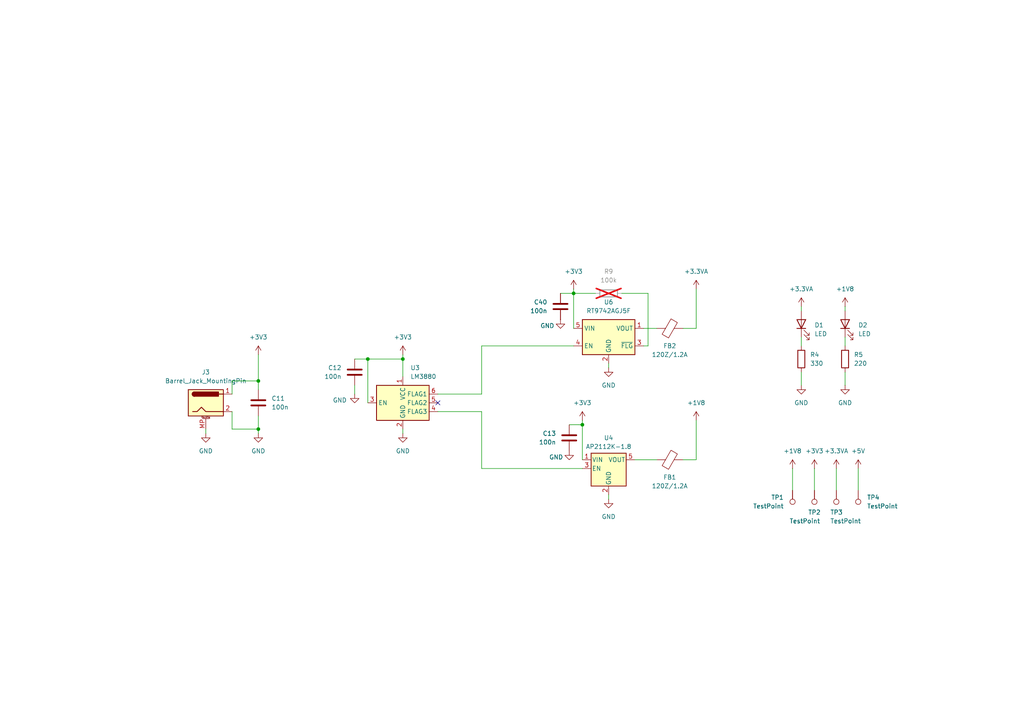
<source format=kicad_sch>
(kicad_sch (version 20231120) (generator "eeschema") (generator_version "8.0")
  (paper "A4")
  (lib_symbols
    (symbol "test_project:Barrel_Jack_MountingPin" (pin_names hide)
      (property "Reference" "J" (at 0 5.334 0))
      (property "Value" "Barrel_Jack_MountingPin" (at 1.27 -6.35 0))
      (symbol "Barrel_Jack_MountingPin_0_1"
        (rectangle (start -5.08 3.81) (end 5.08 -3.81) (stroke (width 0.254)) (fill (type background)))
        (arc (start -3.302 3.175) (mid -3.9343 2.54) (end -3.302 1.905) (stroke (width 0.254)))
        (arc (start -3.302 3.175) (mid -3.9343 2.54) (end -3.302 1.905) (stroke (width 0.254)) (fill (type outline)))
        (polyline (pts (xy 5.08 2.54) (xy 3.81 2.54)) (stroke (width 0.254)))
        (polyline (pts (xy -3.81 -2.54) (xy -2.54 -2.54) (xy -1.27 -1.27) (xy 0 -2.54) (xy 2.54 -2.54) (xy 5.08 -2.54)) (stroke (width 0.254)))
        (rectangle (start 3.683 3.175) (end -3.302 1.905) (stroke (width 0.254)) (fill (type outline)))
      )
      (symbol "Barrel_Jack_MountingPin_1_1"
        (polyline (pts (xy -1.016 -4.572) (xy 1.016 -4.572)) (stroke (width 0.1524)))
        (text "Mounting" (at 0 -4.191 0) (effects (font (size 0.381 0.381))))
        (pin passive line (at 7.62 2.54 180) (length 2.54) (name "~") (number "1"))
        (pin passive line (at 7.62 -2.54 180) (length 2.54) (name "~") (number "2"))
        (pin passive line (at 0 -7.62 90) (length 3.048) (name "MountPin") (number "MP"))
      )
    )
    (symbol "test_project:TestPoint" (pin_numbers hide) (pin_names (offset 0.762) hide)
      (property "Reference" "TP" (at 0 6.858 0))
      (property "Value" "TestPoint" (at 0 5.08 0))
      (symbol "TestPoint_0_1"
        (circle (center 0 3.302) (radius 0.762))
      )
      (symbol "TestPoint_1_1"
        (pin passive line (at 0 0 90) (length 2.54) (name "1") (number "1"))
      )
    )
    (symbol "test_project:C" (pin_numbers hide) (pin_names (offset 0.254))
      (property "Reference" "C" (at 0.635 2.54 0))
      (property "Value" "C" (at 0.635 -2.54 0))
      (symbol "C_0_1"
        (polyline (pts (xy -2.032 -0.762) (xy 2.032 -0.762)) (stroke (width 0.508)))
        (polyline (pts (xy -2.032 0.762) (xy 2.032 0.762)) (stroke (width 0.508)))
      )
      (symbol "C_1_1"
        (pin passive line (at 0 3.81 270) (length 2.794) (name "~") (number "1"))
        (pin passive line (at 0 -3.81 90) (length 2.794) (name "~") (number "2"))
      )
    )
    (symbol "test_project:FerriteBead" (pin_numbers hide) (pin_names (offset 0))
      (property "Reference" "FB" (at -3.81 0.635 90))
      (property "Value" "FerriteBead" (at 3.81 0 90))
      (symbol "FerriteBead_0_1"
        (polyline (pts (xy 0 -1.27) (xy 0 -1.2192)))
        (polyline (pts (xy 0 1.27) (xy 0 1.2954)))
        (polyline (pts (xy -2.7686 0.4064) (xy -1.7018 2.2606) (xy 2.7686 -0.3048) (xy 1.6764 -2.159) (xy -2.7686 0.4064)))
      )
      (symbol "FerriteBead_1_1"
        (pin passive line (at 0 3.81 270) (length 2.54) (name "~") (number "1"))
        (pin passive line (at 0 -3.81 90) (length 2.54) (name "~") (number "2"))
      )
    )
    (symbol "test_project:LED" (pin_numbers hide) (pin_names (offset 1.016) hide)
      (property "Reference" "D" (at 0 2.54 0))
      (property "Value" "LED" (at 0 -2.54 0))
      (symbol "LED_0_1"
        (polyline (pts (xy -1.27 -1.27) (xy -1.27 1.27)) (stroke (width 0.254)))
        (polyline (pts (xy -1.27 0) (xy 1.27 0)))
        (polyline (pts (xy 1.27 -1.27) (xy 1.27 1.27) (xy -1.27 0) (xy 1.27 -1.27)) (stroke (width 0.254)))
        (polyline (pts (xy -3.048 -0.762) (xy -4.572 -2.286) (xy -3.81 -2.286) (xy -4.572 -2.286) (xy -4.572 -1.524)))
        (polyline (pts (xy -1.778 -0.762) (xy -3.302 -2.286) (xy -2.54 -2.286) (xy -3.302 -2.286) (xy -3.302 -1.524)))
      )
      (symbol "LED_1_1"
        (pin passive line (at -3.81 0 0) (length 2.54) (name "K") (number "1"))
        (pin passive line (at 3.81 0 180) (length 2.54) (name "A") (number "2"))
      )
    )
    (symbol "test_project:R" (pin_numbers hide) (pin_names (offset 0))
      (property "Reference" "R" (at 2.032 0 90))
      (property "Value" "R" (at 0 0 90))
      (symbol "R_0_1"
        (rectangle (start -1.016 -2.54) (end 1.016 2.54) (stroke (width 0.254)))
      )
      (symbol "R_1_1"
        (pin passive line (at 0 3.81 270) (length 1.27) (name "~") (number "1"))
        (pin passive line (at 0 -3.81 90) (length 1.27) (name "~") (number "2"))
      )
    )
    (symbol "test_project:RT9742AGJ5F"
      (property "Reference" "U" (at 0 10.16 0))
      (property "Value" "RT9742AGJ5F" (at 0 7.62 0))
      (symbol "RT9742AGJ5F_0_1"
        (rectangle (start -7.62 5.08) (end 7.62 -5.08) (stroke (width 0.254)) (fill (type background)))
      )
      (symbol "RT9742AGJ5F_1_1"
        (pin power_out line (at 10.16 2.54 180) (length 2.54) (name "VOUT") (number "1"))
        (pin power_in line (at 0 -7.62 90) (length 2.54) (name "GND") (number "2"))
        (pin open_collector line (at 10.16 -2.54 180) (length 2.54) (name "~{FLG}") (number "3"))
        (pin input line (at -10.16 -2.54 0) (length 2.54) (name "EN") (number "4"))
        (pin power_in line (at -10.16 2.54 0) (length 2.54) (name "VIN") (number "5"))
      )
    )
    (symbol "test_project:LM3880"
      (property "Reference" "U" (at 1.27 8.89 0))
      (property "Value" "LM3880" (at 3.81 6.35 0))
      (symbol "LM3880_0_1"
        (rectangle (start -7.62 5.08) (end 7.62 -5.08) (stroke (width 0.254)) (fill (type background)))
      )
      (symbol "LM3880_1_1"
        (pin power_in line (at 0 7.62 270) (length 2.54) (name "VCC") (number "1"))
        (pin power_in line (at 0 -7.62 90) (length 2.54) (name "GND") (number "2"))
        (pin input line (at -10.16 0 0) (length 2.54) (name "EN") (number "3"))
        (pin open_collector line (at 10.16 -2.54 180) (length 2.54) (name "FLAG3") (number "4"))
        (pin open_collector line (at 10.16 0 180) (length 2.54) (name "FLAG2") (number "5"))
        (pin open_collector line (at 10.16 2.54 180) (length 2.54) (name "FLAG1") (number "6"))
      )
    )
    (symbol "test_project:AP2112K-1.8" (pin_names (offset 0.254))
      (property "Reference" "U" (at -5.08 5.715 0))
      (property "Value" "AP2112K-1.8" (at 0 5.715 0))
      (symbol "AP2112K-1.8_0_1"
        (rectangle (start -5.08 4.445) (end 5.08 -5.08) (stroke (width 0.254)) (fill (type background)))
      )
      (symbol "AP2112K-1.8_1_1"
        (pin power_in line (at -7.62 2.54 0) (length 2.54) (name "VIN") (number "1"))
        (pin power_in line (at 0 -7.62 90) (length 2.54) (name "GND") (number "2"))
        (pin input line (at -7.62 0 0) (length 2.54) (name "EN") (number "3"))
        (pin no_connect line (at 5.08 0 180) (length 2.54) hide (name "NC") (number "4"))
        (pin power_out line (at 7.62 2.54 180) (length 2.54) (name "VOUT") (number "5"))
      )
    )
    (symbol "test_project:+1V8" (power) (pin_numbers hide) (pin_names (offset 0) hide)
      (property "Value" "+1V8" (at 0 3.556 0))
      (symbol "+1V8_0_1"
        (polyline (pts (xy -0.762 1.27) (xy 0 2.54)))
        (polyline (pts (xy 0 0) (xy 0 2.54)))
        (polyline (pts (xy 0 2.54) (xy 0.762 1.27)))
      )
      (symbol "+1V8_1_1"
        (pin power_in line (at 0 0 90) (length 0) (name "~") (number "1"))
      )
    )
    (symbol "test_project:+3.3VA" (power) (pin_numbers hide) (pin_names (offset 0) hide)
      (property "Value" "+3.3VA" (at 0 3.556 0))
      (symbol "+3.3VA_0_1"
        (polyline (pts (xy -0.762 1.27) (xy 0 2.54)))
        (polyline (pts (xy 0 0) (xy 0 2.54)))
        (polyline (pts (xy 0 2.54) (xy 0.762 1.27)))
      )
      (symbol "+3.3VA_1_1"
        (pin power_in line (at 0 0 90) (length 0) (name "~") (number "1"))
      )
    )
    (symbol "test_project:+3V3" (power) (pin_numbers hide) (pin_names (offset 0) hide)
      (property "Value" "+3V3" (at 0 3.556 0))
      (symbol "+3V3_0_1"
        (polyline (pts (xy -0.762 1.27) (xy 0 2.54)))
        (polyline (pts (xy 0 0) (xy 0 2.54)))
        (polyline (pts (xy 0 2.54) (xy 0.762 1.27)))
      )
      (symbol "+3V3_1_1"
        (pin power_in line (at 0 0 90) (length 0) (name "~") (number "1"))
      )
    )
    (symbol "test_project:+5V" (power) (pin_numbers hide) (pin_names (offset 0) hide)
      (property "Value" "+5V" (at 0 3.556 0))
      (symbol "+5V_0_1"
        (polyline (pts (xy -0.762 1.27) (xy 0 2.54)))
        (polyline (pts (xy 0 0) (xy 0 2.54)))
        (polyline (pts (xy 0 2.54) (xy 0.762 1.27)))
      )
      (symbol "+5V_1_1"
        (pin power_in line (at 0 0 90) (length 0) (name "~") (number "1"))
      )
    )
    (symbol "test_project:GND" (power) (pin_numbers hide) (pin_names (offset 0) hide)
      (property "Value" "GND" (at 0 -3.81 0))
      (symbol "GND_0_1"
        (polyline (pts (xy 0 0) (xy 0 -1.27) (xy 1.27 -1.27) (xy 0 -2.54) (xy -1.27 -1.27) (xy 0 -1.27)))
      )
      (symbol "GND_1_1"
        (pin power_in line (at 0 0 270) (length 0) (name "~") (number "1"))
      )
    )
  )
  (junction (at 106.68 104.14))
  (junction (at 168.91 123.19))
  (junction (at 116.84 104.14))
  (junction (at 74.93 110.49))
  (junction (at 74.93 124.46))
  (junction (at 166.37 85.09))
  (no_connect (at 127 116.84))
  (wire (pts (xy 102.87 104.14) (xy 106.68 104.14)))
  (wire (pts (xy 74.93 120.65) (xy 74.93 124.46)))
  (wire (pts (xy 102.87 111.76) (xy 102.87 114.3)))
  (wire (pts (xy 67.31 110.49) (xy 74.93 110.49)))
  (wire (pts (xy 236.22 135.89) (xy 236.22 142.24)))
  (wire (pts (xy 245.11 88.9) (xy 245.11 90.17)))
  (wire (pts (xy 67.31 110.49) (xy 67.31 114.3)))
  (wire (pts (xy 166.37 85.09) (xy 166.37 95.25)))
  (wire (pts (xy 201.93 95.25) (xy 201.93 83.82)))
  (wire (pts (xy 166.37 85.09) (xy 166.37 83.82)))
  (wire (pts (xy 59.69 124.46) (xy 59.69 125.73)))
  (wire (pts (xy 232.41 97.79) (xy 232.41 100.33)))
  (wire (pts (xy 139.7 119.38) (xy 127 119.38)))
  (wire (pts (xy 245.11 97.79) (xy 245.11 100.33)))
  (wire (pts (xy 184.15 133.35) (xy 190.5 133.35)))
  (wire (pts (xy 74.93 124.46) (xy 74.93 125.73)))
  (wire (pts (xy 165.1 123.19) (xy 168.91 123.19)))
  (wire (pts (xy 245.11 107.95) (xy 245.11 111.76)))
  (wire (pts (xy 116.84 124.46) (xy 116.84 125.73)))
  (wire (pts (xy 229.87 135.89) (xy 229.87 142.24)))
  (wire (pts (xy 127 114.3) (xy 139.7 114.3)))
  (wire (pts (xy 116.84 104.14) (xy 116.84 109.22)))
  (wire (pts (xy 176.53 105.41) (xy 176.53 106.68)))
  (wire (pts (xy 176.53 143.51) (xy 176.53 144.78)))
  (wire (pts (xy 198.12 95.25) (xy 201.93 95.25)))
  (wire (pts (xy 116.84 102.87) (xy 116.84 104.14)))
  (wire (pts (xy 106.68 104.14) (xy 116.84 104.14)))
  (wire (pts (xy 187.96 85.09) (xy 180.34 85.09)))
  (wire (pts (xy 168.91 123.19) (xy 168.91 121.92)))
  (wire (pts (xy 168.91 123.19) (xy 168.91 133.35)))
  (wire (pts (xy 139.7 135.89) (xy 168.91 135.89)))
  (wire (pts (xy 232.41 107.95) (xy 232.41 111.76)))
  (wire (pts (xy 201.93 133.35) (xy 201.93 121.92)))
  (wire (pts (xy 139.7 114.3) (xy 139.7 100.33)))
  (wire (pts (xy 232.41 88.9) (xy 232.41 90.17)))
  (wire (pts (xy 74.93 110.49) (xy 74.93 113.03)))
  (wire (pts (xy 139.7 100.33) (xy 166.37 100.33)))
  (wire (pts (xy 106.68 104.14) (xy 106.68 116.84)))
  (wire (pts (xy 139.7 135.89) (xy 139.7 119.38)))
  (wire (pts (xy 186.69 95.25) (xy 190.5 95.25)))
  (wire (pts (xy 186.69 100.33) (xy 187.96 100.33)))
  (wire (pts (xy 67.31 119.38) (xy 67.31 124.46)))
  (wire (pts (xy 248.92 135.89) (xy 248.92 142.24)))
  (wire (pts (xy 67.31 124.46) (xy 74.93 124.46)))
  (wire (pts (xy 166.37 85.09) (xy 172.72 85.09)))
  (wire (pts (xy 242.57 135.89) (xy 242.57 142.24)))
  (wire (pts (xy 198.12 133.35) (xy 201.93 133.35)))
  (wire (pts (xy 74.93 102.87) (xy 74.93 110.49)))
  (wire (pts (xy 162.56 85.09) (xy 166.37 85.09)))
  (wire (pts (xy 187.96 100.33) (xy 187.96 85.09)))
  (symbol (lib_id "test_project:+1V8") (at 201.93 121.92 0) (unit 1)
    (property "Reference" "#PWR018" (effects (hide yes)))
    (property "Value" "+1V8" (at 201.93 116.84 0))
    (property "Description" "Power symbol creates a global label with name \"+1V8\"" (effects (hide yes)))
  )
  (symbol (lib_id "test_project:GND") (at 116.84 125.73 0) (unit 1)
    (property "Reference" "#PWR016" (effects (hide yes)))
    (property "Value" "GND" (at 116.84 130.81 0))
    (property "Description" "Power symbol creates a global label with name \"GND\" , ground" (effects (hide yes)))
  )
  (symbol (lib_id "test_project:R") (at 245.11 104.14 0) (unit 1)
    (property "Reference" "R5" (at 247.65 102.8699 0) (effects (justify left)))
    (property "Value" "220" (at 247.65 105.4099 0) (effects (justify left)))
    (property "Footprint" "test_project-footprints:R_0402_1005Metric" (effects (hide yes)))
    (property "Description" "Resistor" (effects (hide yes)))
  )
  (symbol (lib_id "test_project:GND") (at 165.1 130.81 0) (unit 1)
    (property "Reference" "#PWR014" (effects (hide yes)))
    (property "Value" "GND" (at 161.29 132.588 0))
    (property "Description" "Power symbol creates a global label with name \"GND\" , ground" (effects (hide yes)))
  )
  (symbol (lib_id "test_project:GND") (at 74.93 125.73 0) (unit 1)
    (property "Reference" "#PWR011" (effects (hide yes)))
    (property "Value" "GND" (at 74.93 130.81 0))
    (property "Description" "Power symbol creates a global label with name \"GND\" , ground" (effects (hide yes)))
  )
  (symbol (lib_id "test_project:FerriteBead") (at 194.31 95.25 90) (unit 1)
    (property "Reference" "FB2" (at 194.2592 100.33 90))
    (property "Value" "120Z/1.2A" (at 194.2592 102.87 90))
    (property "Footprint" "test_project-footprints:L_0402_1005Metric" (effects (hide yes)))
    (property "Description" "Ferrite bead" (effects (hide yes)))
  )
  (symbol (lib_id "test_project:TestPoint") (at 229.87 142.24 180) (unit 1)
    (property "Reference" "TP1" (at 227.33 144.2719 0) (effects (justify left)))
    (property "Value" "TestPoint" (at 227.33 146.8119 0) (effects (justify left)))
    (property "Footprint" "test_project-footprints:TestPoint_Pad_D1.0mm" (effects (hide yes)))
    (property "Description" "test point" (effects (hide yes)))
  )
  (symbol (lib_id "test_project:GND") (at 245.11 111.76 0) (unit 1)
    (property "Reference" "#PWR022" (effects (hide yes)))
    (property "Value" "GND" (at 245.11 116.84 0))
    (property "Description" "Power symbol creates a global label with name \"GND\" , ground" (effects (hide yes)))
  )
  (symbol (lib_id "test_project:+3V3") (at 168.91 121.92 0) (unit 1)
    (property "Reference" "#PWR015" (effects (hide yes)))
    (property "Value" "+3V3" (at 168.91 116.84 0))
    (property "Description" "Power symbol creates a global label with name \"+3V3\"" (effects (hide yes)))
  )
  (symbol (lib_id "test_project:LED") (at 245.11 93.98 90) (unit 1)
    (property "Reference" "D2" (at 248.92 94.2974 90) (effects (justify right)))
    (property "Value" "LED" (at 248.92 96.8374 90) (effects (justify right)))
    (property "Footprint" "test_project-footprints:LED_0402_1005Metric" (effects (hide yes)))
    (property "Description" "Light emitting diode" (effects (hide yes)))
  )
  (symbol (lib_id "test_project:RT9742AGJ5F") (at 176.53 97.79 0) (unit 1)
    (property "Reference" "U6" (at 176.53 87.63 0))
    (property "Value" "RT9742AGJ5F" (at 176.53 90.17 0))
    (property "Footprint" "test_project-footprints:SOT-23-5" (effects (hide yes)))
    (property "Datasheet" "https://www.richtek.com/assets/product_file/RT9742/DS9742-10.pdf" (effects (hide yes)))
    (property "Description" "3A, Discharge, Active High EN, TSOT-23-5" (effects (hide yes)))
  )
  (symbol (lib_id "test_project:GND") (at 232.41 111.76 0) (unit 1)
    (property "Reference" "#PWR020" (effects (hide yes)))
    (property "Value" "GND" (at 232.41 116.84 0))
    (property "Description" "Power symbol creates a global label with name \"GND\" , ground" (effects (hide yes)))
  )
  (symbol (lib_id "test_project:TestPoint") (at 236.22 142.24 180) (unit 1)
    (property "Reference" "TP2" (at 236.22 148.59 0))
    (property "Value" "TestPoint" (at 233.426 151.13 0))
    (property "Footprint" "test_project-footprints:TestPoint_Pad_D1.0mm" (effects (hide yes)))
    (property "Description" "test point" (effects (hide yes)))
  )
  (symbol (lib_id "test_project:GND") (at 162.56 92.71 0) (unit 1)
    (property "Reference" "#PWR033" (effects (hide yes)))
    (property "Value" "GND" (at 158.75 94.488 0))
    (property "Description" "Power symbol creates a global label with name \"GND\" , ground" (effects (hide yes)))
  )
  (symbol (lib_id "test_project:+3.3VA") (at 201.93 83.82 0) (unit 1)
    (property "Reference" "#PWR036" (effects (hide yes)))
    (property "Value" "+3.3VA" (at 201.93 78.74 0))
    (property "Description" "Power symbol creates a global label with name \"+3.3VA\"" (effects (hide yes)))
  )
  (symbol (lib_id "test_project:+1V8") (at 245.11 88.9 0) (unit 1)
    (property "Reference" "#PWR021" (effects (hide yes)))
    (property "Value" "+1V8" (at 245.11 83.82 0))
    (property "Description" "Power symbol creates a global label with name \"+1V8\"" (effects (hide yes)))
  )
  (symbol (lib_id "test_project:+1V8") (at 229.87 135.89 0) (unit 1)
    (property "Reference" "#PWR023" (effects (hide yes)))
    (property "Value" "+1V8" (at 229.87 130.81 0))
    (property "Description" "Power symbol creates a global label with name \"+1V8\"" (effects (hide yes)))
  )
  (symbol (lib_id "test_project:+3V3") (at 236.22 135.89 0) (unit 1)
    (property "Reference" "#PWR024" (effects (hide yes)))
    (property "Value" "+3V3" (at 236.22 130.81 0))
    (property "Description" "Power symbol creates a global label with name \"+3V3\"" (effects (hide yes)))
  )
  (symbol (lib_id "test_project:+3V3") (at 116.84 102.87 0) (unit 1)
    (property "Reference" "#PWR012" (effects (hide yes)))
    (property "Value" "+3V3" (at 116.84 97.79 0))
    (property "Description" "Power symbol creates a global label with name \"+3V3\"" (effects (hide yes)))
  )
  (symbol (lib_id "test_project:+3V3") (at 74.93 102.87 0) (unit 1)
    (property "Reference" "#PWR010" (effects (hide yes)))
    (property "Value" "+3V3" (at 74.93 97.79 0))
    (property "Description" "Power symbol creates a global label with name \"+3V3\"" (effects (hide yes)))
  )
  (symbol (lib_id "test_project:C") (at 102.87 107.95 0) (mirror x) (unit 1)
    (property "Reference" "C12" (at 99.06 106.6799 0) (effects (justify right)))
    (property "Value" "100n" (at 99.06 109.2199 0) (effects (justify right)))
    (property "Footprint" "test_project-footprints:C_0402_1005Metric" (effects (hide yes)))
    (property "Description" "Unpolarized capacitor" (effects (hide yes)))
  )
  (symbol (lib_id "test_project:+5V") (at 248.92 135.89 0) (mirror y) (unit 1)
    (property "Reference" "#PWR037" (effects (hide yes)))
    (property "Value" "+5V" (at 248.92 130.81 0))
    (property "Description" "Power symbol creates a global label with name \"+5V\"" (effects (hide yes)))
  )
  (symbol (lib_id "test_project:C") (at 74.93 116.84 0) (unit 1)
    (property "Reference" "C11" (at 78.74 115.5699 0) (effects (justify left)))
    (property "Value" "100n" (at 78.74 118.1099 0) (effects (justify left)))
    (property "Footprint" "test_project-footprints:C_0402_1005Metric" (effects (hide yes)))
    (property "Description" "Unpolarized capacitor" (effects (hide yes)))
  )
  (symbol (lib_id "test_project:GND") (at 176.53 106.68 0) (unit 1)
    (property "Reference" "#PWR035" (effects (hide yes)))
    (property "Value" "GND" (at 176.53 111.76 0))
    (property "Description" "Power symbol creates a global label with name \"GND\" , ground" (effects (hide yes)))
  )
  (symbol (lib_id "test_project:TestPoint") (at 242.57 142.24 180) (unit 1)
    (property "Reference" "TP3" (at 240.792 148.59 0) (effects (justify right)))
    (property "Value" "TestPoint" (at 240.792 151.13 0) (effects (justify right)))
    (property "Footprint" "test_project-footprints:TestPoint_Pad_D1.0mm" (effects (hide yes)))
    (property "Description" "test point" (effects (hide yes)))
  )
  (symbol (lib_id "test_project:LM3880") (at 116.84 116.84 0) (unit 1)
    (property "Reference" "U3" (at 119.0341 106.68 0) (effects (justify left)))
    (property "Value" "LM3880" (at 119.0341 109.22 0) (effects (justify left)))
    (property "Footprint" "test_project-footprints:SOT-23-6" (effects (hide yes)))
    (property "Datasheet" "http://www.ti.com/lit/ds/symlink/lm3880.pdf" (effects (hide yes)))
    (property "Description" "Simple Power Sequencer, SOT-23-6" (effects (hide yes)))
  )
  (symbol (lib_id "test_project:+3.3VA") (at 242.57 135.89 0) (unit 1)
    (property "Reference" "#PWR025" (effects (hide yes)))
    (property "Value" "+3.3VA" (at 242.57 130.81 0))
    (property "Description" "Power symbol creates a global label with name \"+3.3VA\"" (effects (hide yes)))
  )
  (symbol (lib_id "test_project:R") (at 232.41 104.14 0) (unit 1)
    (property "Reference" "R4" (at 234.95 102.8699 0) (effects (justify left)))
    (property "Value" "330" (at 234.95 105.4099 0) (effects (justify left)))
    (property "Footprint" "test_project-footprints:R_0402_1005Metric" (effects (hide yes)))
    (property "Description" "Resistor" (effects (hide yes)))
  )
  (symbol (lib_id "test_project:GND") (at 102.87 114.3 0) (unit 1)
    (property "Reference" "#PWR013" (effects (hide yes)))
    (property "Value" "GND" (at 98.552 116.078 0))
    (property "Description" "Power symbol creates a global label with name \"GND\" , ground" (effects (hide yes)))
  )
  (symbol (lib_id "test_project:FerriteBead") (at 194.31 133.35 90) (unit 1)
    (property "Reference" "FB1" (at 194.2592 138.43 90))
    (property "Value" "120Z/1.2A" (at 194.2592 140.97 90))
    (property "Footprint" "test_project-footprints:L_0402_1005Metric" (effects (hide yes)))
    (property "Description" "Ferrite bead" (effects (hide yes)))
  )
  (symbol (lib_id "test_project:LED") (at 232.41 93.98 90) (unit 1)
    (property "Reference" "D1" (at 236.22 94.2974 90) (effects (justify right)))
    (property "Value" "LED" (at 236.22 96.8374 90) (effects (justify right)))
    (property "Footprint" "test_project-footprints:LED_0402_1005Metric" (effects (hide yes)))
    (property "Description" "Light emitting diode" (effects (hide yes)))
  )
  (symbol (lib_id "test_project:+3.3VA") (at 232.41 88.9 0) (unit 1)
    (property "Reference" "#PWR019" (effects (hide yes)))
    (property "Value" "+3.3VA" (at 232.41 83.82 0))
    (property "Description" "Power symbol creates a global label with name \"+3.3VA\"" (effects (hide yes)))
  )
  (symbol (lib_id "test_project:+3V3") (at 166.37 83.82 0) (unit 1)
    (property "Reference" "#PWR034" (effects (hide yes)))
    (property "Value" "+3V3" (at 166.37 78.74 0))
    (property "Description" "Power symbol creates a global label with name \"+3V3\"" (effects (hide yes)))
  )
  (symbol (lib_id "test_project:AP2112K-1.8") (at 176.53 135.89 0) (unit 1)
    (property "Reference" "U4" (at 176.53 127 0))
    (property "Value" "AP2112K-1.8" (at 176.53 129.54 0))
    (property "Footprint" "test_project-footprints:SOT-23-5" (effects (hide yes)))
    (property "Datasheet" "https://www.diodes.com/assets/Datasheets/AP2112.pdf" (effects (hide yes)))
    (property "Description" "600mA low dropout linear regulator, with enable pin, 2.5V-6V input voltage range, 1.8V fixed positive output, SOT-23-5" (effects (hide yes)))
  )
  (symbol (lib_id "test_project:R") (at 176.53 85.09 90) (unit 1) (in_bom no) (dnp yes)
    (property "Reference" "R9" (at 176.53 78.74 90))
    (property "Value" "100k" (at 176.53 81.28 90))
    (property "Footprint" "test_project-footprints:R_0402_1005Metric" (effects (hide yes)))
    (property "Description" "Resistor" (effects (hide yes)))
  )
  (symbol (lib_id "test_project:Barrel_Jack_MountingPin") (at 59.69 116.84 0) (unit 1)
    (property "Reference" "J3" (at 59.69 107.95 0))
    (property "Value" "Barrel_Jack_MountingPin" (at 59.69 110.49 0))
    (property "Footprint" "test_project-footprints:BarrelJack_CUI_PJ-063AH_Horizontal" (effects (hide yes)))
    (property "Description" "DC Barrel Jack with a mounting pin" (effects (hide yes)))
  )
  (symbol (lib_id "test_project:C") (at 165.1 127 0) (mirror x) (unit 1)
    (property "Reference" "C13" (at 161.29 125.7299 0) (effects (justify right)))
    (property "Value" "100n" (at 161.29 128.2699 0) (effects (justify right)))
    (property "Footprint" "test_project-footprints:C_0402_1005Metric" (effects (hide yes)))
    (property "Description" "Unpolarized capacitor" (effects (hide yes)))
  )
  (symbol (lib_id "test_project:GND") (at 59.69 125.73 0) (unit 1)
    (property "Reference" "#PWR042" (effects (hide yes)))
    (property "Value" "GND" (at 59.69 130.81 0))
    (property "Description" "Power symbol creates a global label with name \"GND\" , ground" (effects (hide yes)))
  )
  (symbol (lib_id "test_project:GND") (at 176.53 144.78 0) (unit 1)
    (property "Reference" "#PWR017" (effects (hide yes)))
    (property "Value" "GND" (at 176.53 149.86 0))
    (property "Description" "Power symbol creates a global label with name \"GND\" , ground" (effects (hide yes)))
  )
  (symbol (lib_id "test_project:TestPoint") (at 248.92 142.24 180) (unit 1)
    (property "Reference" "TP4" (at 251.46 144.2719 0) (effects (justify right)))
    (property "Value" "TestPoint" (at 251.46 146.8119 0) (effects (justify right)))
    (property "Footprint" "test_project-footprints:TestPoint_Pad_D1.0mm" (effects (hide yes)))
    (property "Description" "test point" (effects (hide yes)))
  )
  (symbol (lib_id "test_project:C") (at 162.56 88.9 0) (mirror x) (unit 1)
    (property "Reference" "C40" (at 158.75 87.6299 0) (effects (justify right)))
    (property "Value" "100n" (at 158.75 90.1699 0) (effects (justify right)))
    (property "Footprint" "test_project-footprints:C_0402_1005Metric" (effects (hide yes)))
    (property "Description" "Unpolarized capacitor" (effects (hide yes)))
  )
)
</source>
